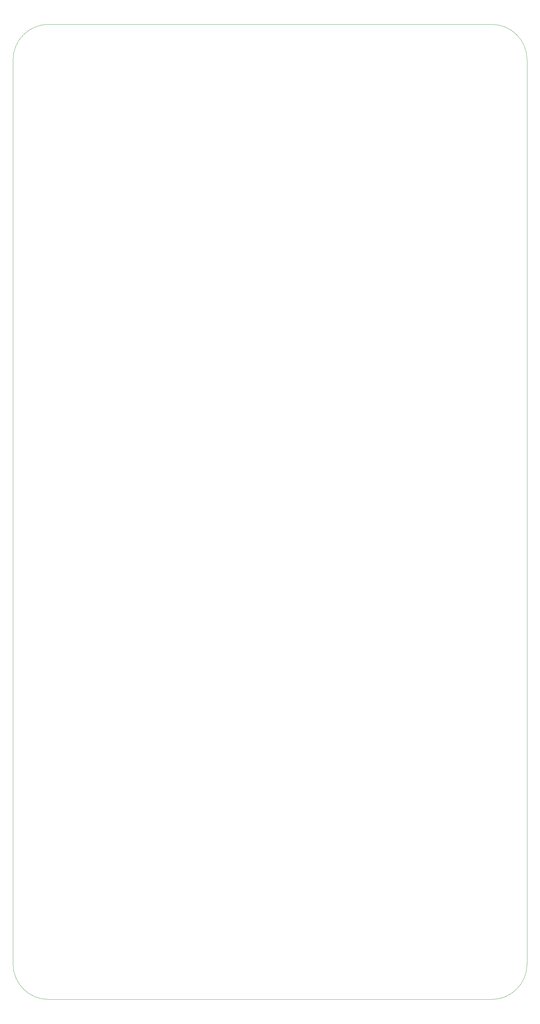
<source format=gbr>
%TF.GenerationSoftware,KiCad,Pcbnew,8.0.3*%
%TF.CreationDate,2024-09-30T04:18:30-05:00*%
%TF.ProjectId,Project Lab 4,50726f6a-6563-4742-904c-616220342e6b,rev?*%
%TF.SameCoordinates,Original*%
%TF.FileFunction,Profile,NP*%
%FSLAX46Y46*%
G04 Gerber Fmt 4.6, Leading zero omitted, Abs format (unit mm)*
G04 Created by KiCad (PCBNEW 8.0.3) date 2024-09-30 04:18:30*
%MOMM*%
%LPD*%
G01*
G04 APERTURE LIST*
%TA.AperFunction,Profile*%
%ADD10C,0.100000*%
%TD*%
G04 APERTURE END LIST*
D10*
X466300000Y35800000D02*
X466300000Y-219200000D01*
X456300000Y-229200000D02*
X331300000Y-229200000D01*
X456300000Y45800000D02*
G75*
G02*
X466300000Y35800000I0J-10000000D01*
G01*
X331300000Y45800000D02*
X456300000Y45800000D01*
X331300000Y-229200000D02*
G75*
G02*
X321300000Y-219200000I0J10000000D01*
G01*
X321300000Y-219200000D02*
X321300000Y35800000D01*
X321300000Y35800000D02*
G75*
G02*
X331300000Y45800000I10000000J0D01*
G01*
X466300000Y-219200000D02*
G75*
G02*
X456300000Y-229200000I-10000000J0D01*
G01*
M02*

</source>
